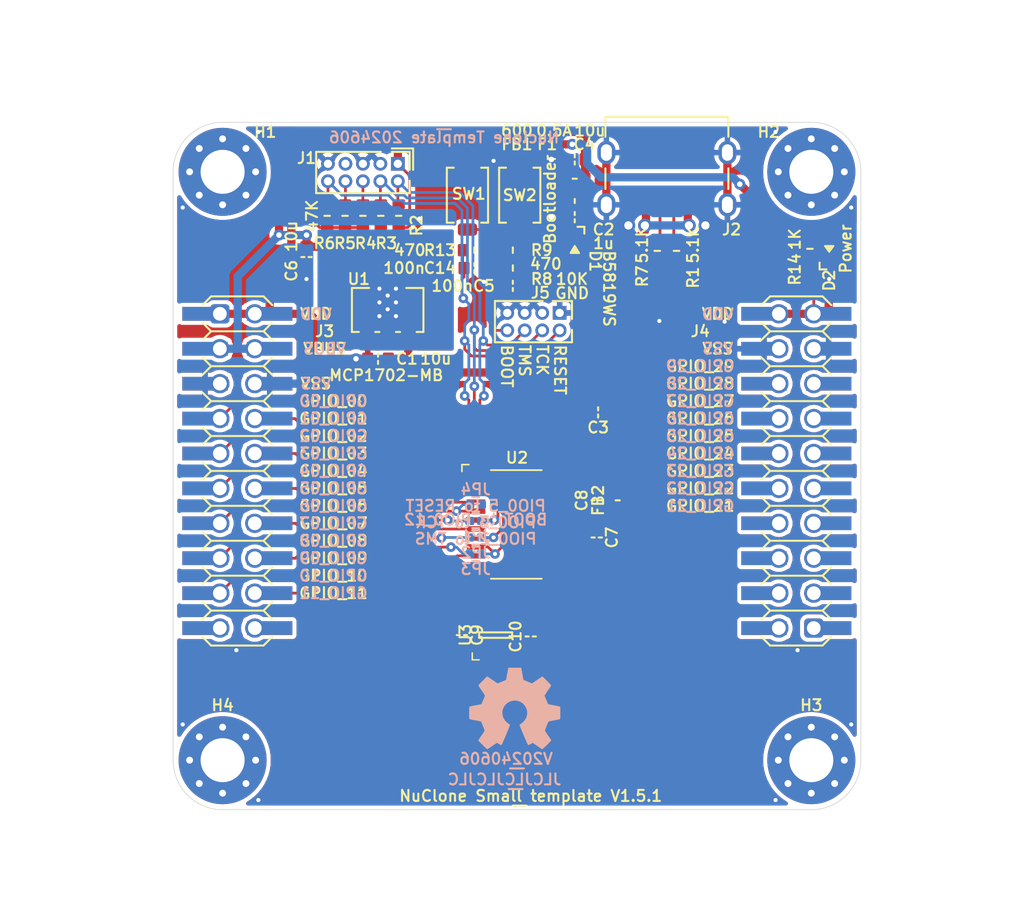
<source format=kicad_pcb>
(kicad_pcb (version 20221018) (generator pcbnew)
  (layers (0 "F.Cu" mixed) (31 "B.Cu" mixed) (34 "B.Paste" user) (35 "F.Paste" user) (36 "B.SilkS" user "B.Silkscreen") (37 "F.SilkS" user "F.Silkscreen") (38 "B.Mask" user) (39 "F.Mask" user) (44 "Edge.Cuts" user))
  (net 0 "")
  (net 1 "/VBUS")
  (net 2 "Net-(F1-Pad2)")
  (net 3 "/VDD")
  (net 4 "/VSS")
  (net 5 "Net-(D2-A)")
  (net 6 "/GPIO_28")
  (net 7 "/GPIO_29")
  (net 8 "/TMS")
  (net 9 "/TCK")
  (net 10 "/TDO")
  (net 11 "/TDI")
  (net 12 "/RESET")
  (net 13 "Net-(R13-Pad2)")
  (net 15 "Net-(J2-CC1)")
  (net 16 "/VUSB")
  (net 17 "Net-(J2-CC2)")
  (net 18 "/BOOT")
  (net 19 "/GPIO_20")
  (net 20 "/GPIO_23")
  (net 21 "/GPIO_27")
  (net 22 "/GPIO_16")
  (net 23 "/GPIO_21")
  (net 24 "/GPIO_19")
  (net 25 "/GPIO_17")
  (net 26 "/GPIO_18")
  (net 27 "/GPIO_15")
  (net 28 "/GPIO_14")
  (net 29 "/GPIO_22")
  (net 30 "/GPIO_24")
  (net 31 "/GPIO_25")
  (net 32 "/GPIO_26")
  (net 33 "/GPIO_13")
  (net 34 "/GPIO_12")
  (net 35 "/GPIO_11")
  (net 36 "/GPIO_10")
  (net 37 "/GPIO_09")
  (net 38 "/GPIO_08")
  (net 39 "/GPIO_07")
  (net 40 "/GPIO_06")
  (net 41 "/GPIO_05")
  (net 42 "/GPIO_04")
  (net 43 "/GPIO_03")
  (net 44 "/GPIO_02")
  (net 45 "/GPIO_01")
  (net 46 "/GPIO_00")
  (net 47 "Net-(D1-K)")
  (net 48 "Net-(R9-Pad2)")
  (net 49 "/microcontroller/VREFP")
  (footprint "SquantorPcbOutline:MountingHole_3.2mm_M3_Pad_Via" (layer "F.Cu") (at 33.6 33.6)
    (fp_text reference "H1")
    (fp_text value "MountingHole")
  )
  (footprint "SquantorPcbOutline:MountingHole_3.2mm_M3_Pad_Via" (layer "F.Cu") (at 76.4 33.6)
    (fp_text reference "H2")
    (fp_text value "MountingHole")
  )
  (footprint "SquantorPcbOutline:MountingHole_3.2mm_M3_Pad_Via" (layer "F.Cu") (at 33.6 76.4)
    (fp_text reference "H4")
    (fp_text value "MountingHole")
  )
  (footprint "SquantorLabels:Label_Generic" (layer "F.Cu") (at 55.2 79.1)
    (fp_text reference "N4" hide)
    (fp_text value "NuClone Small template V1.5.1")
  )
  (footprint "SquantorPcbOutline:MountingHole_3.2mm_M3_Pad_Via" (layer "F.Cu") (at 76.4 76.4)
    (fp_text reference "H3")
    (fp_text value "MountingHole")
  )
  (footprint "SquantorConnectorsNamed:nuclone_small_right_stacked" (layer "F.Cu") (at 75.31 55.36 90)
    (fp_text reference "J4")
    (fp_text value "nuclone_small_right")
  )
  (footprint "SquantorConnectorsNamed:nuclone_small_left_stacked" (layer "F.Cu") (at 34.67 55.36 -90)
    (fp_text reference "J3")
    (fp_text value "nuclone_small_left")
  )
  (footprint "SquantorResistor:R_0603_hand" (layer "F.Cu") (at 76.3 39.2 -90)
    (fp_text reference "R14")
    (fp_text value "1K")
  )
  (footprint "SquantorResistor:R_0603_hand" (layer "F.Cu") (at 45.1 36.8 -90)
    (fp_text reference "R3")
    (fp_text value "47K")
  )
  (footprint "SquantorCapacitor:C_0603" (layer "F.Cu") (at 60.9 51.1 180)
    (fp_text reference "C3")
    (fp_text value "10u")
  )
  (footprint "SquantorResistor:R_0603_hand" (layer "F.Cu") (at 51.9 39.3)
    (fp_text reference "R13")
    (fp_text value "470")
  )
  (footprint "SquantorResistor:R_0603_hand" (layer "F.Cu") (at 46.4 36.8 -90)
    (fp_text reference "R2")
    (fp_text value "47K")
  )
  (footprint "SquantorResistor:R_0603_hand" (layer "F.Cu") (at 43.8 36.8 -90)
    (fp_text reference "R4")
    (fp_text value "47K")
  )
  (footprint "SquantorResistor:R_0603_hand" (layer "F.Cu") (at 42.5 36.8 -90)
    (fp_text reference "R5")
    (fp_text value "47K")
  )
  (footprint "SquantorConnectors:Header-0127-2X05-H006" (layer "F.Cu") (at 43.8 33.65 180)
    (fp_text reference "J1")
    (fp_text value "JTAG_2X05")
  )
  (footprint "SquantorIC:SOT89-NXP" (layer "F.Cu") (at 45.6 44)
    (fp_text reference "U1")
    (fp_text value "MCP1702-MB")
  )
  (footprint "SquantorSwitches:TD-85XU" (layer "F.Cu") (at 51.4 35.3 -90)
    (fp_text reference "SW1")
    (fp_text value "RESET")
  )
  (footprint "SquantorDiodes:LED_0603_hand" (layer "F.Cu") (at 77.7 39.2 90)
    (fp_text reference "D2")
    (fp_text value "GREEN")
  )
  (footprint "SquantorCapacitor:C_0603" (layer "F.Cu") (at 44.9 47.2 180)
    (fp_text reference "C1")
    (fp_text value "10u")
  )
  (footprint "SquantorResistor:R_0603_hand" (layer "F.Cu") (at 41.2 36.8 -90)
    (fp_text reference "R6")
    (fp_text value "47K")
  )
  (footprint "SquantorCapacitor:C_0603" (layer "F.Cu") (at 51.9 40.6 180)
    (fp_text reference "C14")
    (fp_text value "100n")
  )
  (footprint "SquantorIC:SOT23-3" (layer "F.Cu") (at 53.45 67.3 90)
    (fp_text reference "U3")
    (fp_text value "reference_sot23-3")
  )
  (footprint "SquantorCapacitor:C_0603" (layer "F.Cu") (at 39.7 39.8 -90)
    (fp_text reference "C6")
    (fp_text value "10u")
  )
  (footprint "SquantorCapacitor:C_0603" (layer "F.Cu") (at 60.8 57.5 90)
    (fp_text reference "C8")
    (fp_text value "1u")
  )
  (footprint "SquantorIC:SOT355-1-NXP" (layer "F.Cu") (at 55 59.3)
    (fp_text reference "U2")
    (fp_text value "LPC804M101JHI33")
  )
  (footprint "SquantorCapacitor:C_0603" (layer "F.Cu") (at 59.2 32.7)
    (fp_text reference "C4")
    (fp_text value "10u")
  )
  (footprint "SquantorUsb:USB-C-HRO-31-M-17_aisler" (layer "F.Cu") (at 65.9 36.15 180)
    (fp_text reference "J2")
    (fp_text value "TYPE-C-31-M-12")
  )
  (footprint "SquantorResistor:R_0603_hand" (layer "F.Cu") (at 65.2 39.35 90)
    (fp_text reference "R7")
    (fp_text value "5.1K")
  )
  (footprint "SquantorResistor:R_0603_hand" (layer "F.Cu") (at 54.7 39.3)
    (fp_text reference "R9")
    (fp_text value "470")
  )
  (footprint "SquantorFuse:F_0603_hand" (layer "F.Cu") (at 59.2 34.1 180)
    (fp_text reference "F1")
    (fp_text value "0.5A")
  )
  (footprint "SquantorCapacitor:C_0603" (layer "F.Cu") (at 56 67.4 90)
    (fp_text reference "C10")
    (fp_text value "1u")
  )
  (footprint "SquantorResistor:R_0603_hand" (layer "F.Cu") (at 54.7 40.6)
    (fp_text reference "R8")
    (fp_text value "10K")
  )
  (footprint "SquantorInductor:L_0603" (layer "F.Cu") (at 59.2 35.5)
    (fp_text reference "FB1")
    (fp_text value "600")
  )
  (footprint "SquantorInductor:L_0603" (layer "F.Cu") (at 62.1 57.5 90)
    (fp_text reference "FB2")
    (fp_text value "600@100MHz")
  )
  (footprint "SquantorCapacitor:C_0603" (layer "F.Cu") (at 54.7 41.9)
    (fp_text reference "C5")
    (fp_text value "100n")
  )
  (footprint "SquantorCapacitor:C_0603" (layer "F.Cu") (at 60.8 60.2 -90)
    (fp_text reference "C7")
    (fp_text value "1u")
  )
  (footprint "SquantorCapacitor:C_0603" (layer "F.Cu") (at 51 67.3 -90)
    (fp_text reference "C9")
    (fp_text value "1u")
  )
  (footprint "SquantorSwitches:TD-85XU" (layer "F.Cu") (at 55.2 35.3 -90)
    (fp_text reference "SW2")
    (fp_text value "Bootloader")
  )
  (footprint "SquantorDiodes:SOD-323-nexperia-hand" (layer "F.Cu") (at 59.2 39.3 -90)
    (fp_text reference "D1")
    (fp_text value "B5819WS")
  )
  (footprint "SquantorConnectors:Header-0127-2X04-H006" (layer "F.Cu") (at 56.2 44.5 180)
    (fp_text reference "J5")
    (fp_text value "Conn_02x06_Odd_Even")
  )
  (footprint "SquantorCapacitor:C_0603" (layer "F.Cu") (at 59.2 36.9)
    (fp_text reference "C2")
    (fp_text value "1u")
  )
  (footprint "SquantorResistor:R_0603_hand" (layer "F.Cu") (at 66.6 39.35 90)
    (fp_text reference "R1")
    (fp_text value "5.1K")
  )
  (footprint "Symbol:OSHW-Symbol_6.7x6mm_SilkScreen" (layer "B.Cu") (at 54.85 72.65 180)
    (fp_text reference "N1" hide)
    (fp_text value "OHWLOGO" hide)
  )
  (footprint "SquantorLabels:Label_Generic" (layer "B.Cu") (at 54.9 77.9 180)
    (fp_text reference "N3" hide)
    (fp_text value "JLCJLCJLCJLC")
  )
  (footprint "SquantorLabels:Label_Generic" (layer "B.Cu") (at 55 76.4 180)
    (fp_text reference "N2" hide)
    (fp_text value "V20240606")
  )
  (footprint "SquantorLabels:Label_Generic" (layer "B.Cu") (at 49.7 31.1)
    (fp_text reference "N5" hide)
    (fp_text value "Nuclone Template 2024606")
  )
  (footprint "SquantorSpecial:solder_jumper_0402_2way_noconn" (layer "B.Cu") (at 52 59)
    (fp_text reference "JP1")
    (fp_text value "PIO0_5 to RESET")
  )
  (footprint "SquantorSpecial:solder_jumper_0402_2way_noconn" (layer "B.Cu") (at 52 60.2)
    (fp_text reference "JP2")
    (fp_text value "PIO0_3 to TCK")
  )
  (footprint "SquantorSpecial:solder_jumper_0402_2way_noconn" (layer "B.Cu") (at 52 57.8 180)
    (fp_text reference "JP4")
    (fp_text value "BOOT to PIO0_12")
  )
  (footprint "SquantorSpecial:solder_jumper_0402_2way_noconn" (layer "B.Cu") (at 52 61.4)
    (fp_text reference "JP3")
    (fp_text value "PIO0_2 to TMS")
  )
  (gr_line (start 47.45 31.9) (end 45.9 31.9) (stroke (width 0.15)) (layer "F.SilkS"))
  (gr_line (start 47.45 31.9) (end 47.45 33.45) (stroke (width 0.15)) (layer "F.SilkS"))
  (gr_line (start 76.4 80) (end 33.6 80) (stroke (width 0.05)) (layer "Edge.Cuts"))
  (gr_arc (start 30 33.6) (mid 31.054416 31.054416) (end 33.6 30) (stroke (width 0.05)) (layer "Edge.Cuts"))
  (gr_arc (start 76.4 30) (mid 78.945584 31.054416) (end 80 33.6) (stroke (width 0.05)) (layer "Edge.Cuts"))
  (gr_line (start 33.6 30) (end 76.4 30) (stroke (width 0.05)) (layer "Edge.Cuts"))
  (gr_line (start 80 33.6) (end 80 76.4) (stroke (width 0.05)) (layer "Edge.Cuts"))
  (gr_arc (start 33.6 80) (mid 31.054416 78.945584) (end 30 76.4) (stroke (width 0.05)) (layer "Edge.Cuts"))
  (gr_line (start 30 76.4) (end 30 33.6) (stroke (width 0.05)) (layer "Edge.Cuts"))
  (gr_arc (start 80 76.4) (mid 78.945584 78.945584) (end 76.4 80) (stroke (width 0.05)) (layer "Edge.Cuts"))
  (gr_text "Power" (at 78.9 39.2 90) (layer "F.SilkS") (effects (font (size 0.8 0.8) (thickness 0.15) bold)))
  (gr_text "RESET\nTCK\nTMS\nBOOT" (at 53.8 46.1 270) (layer "F.SilkS") (effects (font (size 0.8 0.8) (thickness 0.15) bold) (justify left bottom)))
  (gr_text "GND" (at 57.7 42.9) (layer "F.SilkS") (effects (font (size 0.8 0.8) (thickness 0.15) bold) (justify left bottom)))
  (segment (start 59.95 32.7) (end 59.95 34.1) (width 0.6) (layer "F.Cu") (net 1))
  (segment (start 59.95 31.264782) (end 59.95 32.7) (width 0.6) (layer "F.Cu") (net 1))
  (segment (start 37.7 38.2) (end 37.7 32.6) (width 0.6) (layer "F.Cu") (net 1))
  (segment (start 39.7 38.2) (end 39.7 39.05) (width 0.6) (layer "F.Cu") (net 1))
  (segment (start 39.6 30.7) (end 59.385218 30.7) (width 0.6) (layer "F.Cu") (net 1))
  (segment (start 44.55 39.05) (end 45.6 40.1) (width 0.6) (layer "F.Cu") (net 1))
  (segment (start 45.6 40.1) (end 45.6 42.6) (width 0.6) (layer "F.Cu") (net 1))
  (segment (start 59.385218 30.7) (end 59.95 31.264782) (width 0.6) (layer "F.Cu") (net 1))
  (segment (start 39.7 39.05) (end 44.55 39.05) (width 0.6) (layer "F.Cu") (net 1))
  (segment (start 37.7 32.6) (end 39.6 30.7) (width 0.6) (layer "F.Cu") (net 1))
  (via (at 46.2 42.1) (size 0.7) (drill 0.3) (layers "F.Cu" "B.Cu") (net 1))
  (via (at 45 44.1) (size 0.7) (drill 0.3) (layers "F.Cu" "B.Cu") (net 1))
  (via (at 45 43.1) (size 0.7) (drill 0.3) (layers "F.Cu" "B.Cu") (net 1))
  (via (at 45 42.1) (size 0.7) (drill 0.3) (layers "F.Cu" "B.Cu") (net 1))
  (via (at 37.7 38.2) (size 0.8) (drill 0.4) (layers "F.Cu" "B.Cu") (net 1))
  (via (at 39.7 38.2) (size 0.8) (drill 0.4) (layers "F.Cu" "B.Cu") (net 1))
  (via (at 45.6 42.6) (size 0.7) (drill 0.3) (layers "F.Cu" "B.Cu") (net 1))
  (via (at 46.2 44.1) (size 0.7) (drill 0.3) (layers "F.Cu" "B.Cu") (net 1))
  (via (at 45.6 43.6) (size 0.7) (drill 0.3) (layers "F.Cu" "B.Cu") (net 1))
  (via (at 46.2 43.1) (size 0.7) (drill 0.3) (layers "F.Cu" "B.Cu") (net 1))
  (segment (start 34.7 41.2) (end 34.7 46.47) (width 0.6) (layer "B.Cu") (net 1))
  (segment (start 37.7 38.2) (end 34.7 41.2) (width 0.6) (layer "B.Cu") (net 1))
  (segment (start 37.7 38.2) (end 39.7 38.2) (width 0.6) (layer "B.Cu") (net 1))
  (segment (start 33.4 46.47) (end 34.7 46.47) (width 0.6) (layer "B.Cu") (net 1))
  (segment (start 34.7 46.47) (end 35.94 46.47) (width 0.6) (layer "B.Cu") (net 1))
  (segment (start 58.45 34.1) (end 58.45 35.5) (width 0.6) (layer "F.Cu") (net 2))
  (segment (start 76.58 41.78) (end 76.3 41.5) (width 0.2) (layer "F.Cu") (net 3))
  (segment (start 38.6 40.5) (end 37.02 42.08) (width 0.6) (layer "F.Cu") (net 3))
  (segment (start 43.8 37.65) (end 42.5 37.65) (width 0.2) (layer "F.Cu") (net 3))
  (segment (start 46.45 31.6) (end 46.4 31.55) (width 0.6) (layer "F.Cu") (net 3))
  (segment (start 45.65 47.2) (end 45.65 48.15) (width 0.6) (layer "F.Cu") (net 3))
  (segment (start 45.65 48.15) (end 45.6 48.2) (width 0.6) (layer "F.Cu") (net 3))
  (segment (start 45.6 48.2) (end 60.8 48.2) (width 0.6) (layer "F.Cu") (net 3))
  (segment (start 40.65 37.65) (end 40.2 37.2) (width 0.2) (layer "F.Cu") (net 3))
  (segment (start 61.65 49.05) (end 61.65 51.1) (width 0.6) (layer "F.Cu") (net 3))
  (segment (start 38.6 37.2) (end 38.6 40.5) (width 0.6) (layer "F.Cu") (net 3))
  (segment (start 47.2 37.5) (end 47.2 33.875) (width 0.2) (layer "F.Cu") (net 3))
  (segment (start 47.1 46.8) (end 47.1 45.75) (width 0.6) (layer "F.Cu") (net 3))
  (segment (start 45.65 47.2) (end 46.7 47.2) (width 0.6) (layer "F.Cu") (net 3))
  (segment (start 39.95 31.55) (end 38.6 32.9) (width 0.6) (layer "F.Cu") (net 3))
  (segment (start 41.2 37.65) (end 42.5 37.65) (width 0.2) (layer "F.Cu") (net 3))
  (segment (start 39.93 43.93) (end 40.2 44.2) (width 0.6) (layer "F.Cu") (net 3))
  (segment (start 37.02 42.08) (end 37.02 43.93) (width 0.6) (layer "F.Cu") (net 3))
  (segment (start 60.8 48.2) (end 61.65 49.05) (width 0.6) (layer "F.Cu") (net 3))
  (segment (start 74.04 43.93) (end 76.58 43.93) (width 0.6) (layer "F.Cu") (net 3))
  (segment (start 79 37.8) (end 79 41.7) (width 0.6) (layer "F.Cu") (net 3))
  (segment (start 76.58 43.93) (end 76.58 41.78) (width 0.2) (layer "F.Cu") (net 3))
  (segment (start 37.02 43.93) (end 39.93 43.93) (width 0.6) (layer "F.Cu") (net 3))
  (segment (start 46.7 47.2) (end 47.1 46.8) (width 0.6) (layer "F.Cu") (net 3))
  (segment (start 40.2 47.4) (end 41 48.2) (width 0.6) (layer "F.Cu") (net 3))
  (segment (start 47.05 37.65) (end 47.2 37.5) (width 0.2) (layer "F.Cu") (net 3))
  (segment (start 56.2 40.6) (end 55.55 40.6) (width 0.6) (layer "F.Cu") (net 3))
  (segment (start 79 41.7) (end 77.66 43.04) (width 0.6) (layer "F.Cu") (net 3))
  (segment (start 74.2 37.5) (end 78.7 37.5) (width 0.6) (layer "F.Cu") (net 3))
  (segment (start 35.94 43.93) (end 33.4 43.93) (width 0.6) (layer "F.Cu") (net 3))
  (segment (start 77.66 43.04) (end 77.66 43.93) (width 0.6) (layer "F.Cu") (net 3))
  (segment (start 47.2 33.875) (end 46.34 33.015) (width 0.2) (layer "F.Cu") (net 3))
  (segment (start 78.7 37.5) (end 79 37.8) (width 0.6) (layer "F.Cu") (net 3))
  (segment (start 46.4 31.55) (end 39.95 31.55) (width 0.6) (layer "F.Cu") (net 3))
  (segment (start 56.5 31.6) (end 56.5 40.3) (width 0.6) (layer "F.Cu") (net 3))
  (segment (start 76.3 41.5) (end 76.3 40.05) (width 0.2) (layer "F.Cu") (net 3))
  (segment (start 59.012425 31.6) (end 46.45 31.6) (width 0.6) (layer "F.Cu") (net 3))
  (segment (start 41.2 37.65) (end 40.65 37.65) (width 0.2) (layer "F.Cu") (net 3))
  (segment (start 40.2 37.2) (end 38.6 37.2) (width 0.2) (layer "F.Cu") (net 3))
  (segment (start 56.5 40.3) (end 56.2 40.6) (width 0.6) (layer "F.Cu") (net 3))
  (segment (start 40.2 44.2) (end 40.2 47.4) (width 0.6) (layer "F.Cu") (net 3))
  (segment (start 38.6 32.9) (end 38.6 37.2) (width 0.6) (layer "F.Cu") (net 3))
  (segment (start 46.34 33.015) (end 46.34 31.61) (width 0.6) (layer "F.Cu") (net 3))
  (segment (start 46.4 37.65) (end 47.05 37.65) (width 0.2) (layer "F.Cu") (net 3))
  (segment (start 41 48.2) (end 45.6 48.2) (width 0.6) (layer "F.Cu") (net 3))
  (segment (start 46.34 31.61) (end 46.4 31.55) (width 0.6) (layer "F.Cu") (net 3))
  (segment (start 71.2 34.5) (end 74.2 37.5) (width 0.6) (layer "F.Cu") (net 3))
  (via (at 71.2 34.5) (size 0.8) (drill 0.4) (layers "F.Cu" "B.Cu") (net 3))
  (via (at 59.012425 31.6) (size 0.8) (drill 0.4) (layers "F.Cu" "B.Cu") (net 3))
  (segment (start 70.7 34) (end 61.1 34) (width 0.6) (layer "B.Cu") (net 3))
  (segment (start 71.2 34.5) (end 70.7 34) (width 0.6) (layer "B.Cu") (net 3))
  (segment (start 60.1 33) (end 60.1 31.9) (width 0.6) (layer "B.Cu") (net 3))
  (segment (start 59.8 31.6) (end 59.012425 31.6) (width 0.6) (layer "B.Cu") (net 3))
  (segment (start 60.1 31.9) (end 59.8 31.6) (width 0.6) (layer "B.Cu") (net 3))
  (segment (start 61.1 34) (end 60.1 33) (width 0.6) (layer "B.Cu") (net 3))
  (segment (start 68.65 37.45) (end 68.7 37.5) (width 0.6) (layer "F.Cu") (net 4))
  (segment (start 47 38.4) (end 47.5 37.9) (width 0.2) (layer "F.Cu") (net 4))
  (segment (start 63.15 37.45) (end 63.15 36.15) (width 0.6) (layer "F.Cu") (net 4))
  (segment (start 61.5 32.2) (end 61.5 36) (width 0.6) (layer "F.Cu") (net 4))
  (segment (start 47.5 37.9) (end 47.9 37.5) (width 0.2) (layer "F.Cu") (net 4))
  (segment (start 70.3 32.2) (end 70.3 36) (width 0.6) (layer "F.Cu") (net 4))
  (segment (start 46.2 38.4) (end 47 38.4) (width 0.2) (layer "F.Cu") (net 4))
  (segment (start 45.1 37.65) (end 45.1 38.2) (width 0.2) (layer "F.Cu") (net 4))
  (segment (start 44.15 47.2) (end 43.3 47.2) (width 0.6) (layer "F.Cu") (net 4))
  (segment (start 47.9 37.5) (end 47.9 37) (width 0.2) (layer "F.Cu") (net 4))
  (segment (start 68.65 36.15) (end 68.65 37.45) (width 0.6) (layer "F.Cu") (net 4))
  (segment (start 63.1 37.5) (end 63.15 37.45) (width 0.6) (layer "F.Cu") (net 4))
  (segment (start 45.3 38.4) (end 46.2 38.4) (width 0.2) (layer "F.Cu") (net 4))
  (segment (start 45.1 38.2) (end 45.3 38.4) (width 0.2) (layer "F.Cu") (net 4))
  (via (at 53.3 32.8) (size 0.7) (drill 0.3) (layers "F.Cu" "B.Cu") (net 4))
  (via (at 65.35 44.45) (size 0.7) (drill 0.3) (layers "F.Cu" "B.Cu") (net 4))
  (via (at 70.1 44.5) (size 0.7) (drill 0.3) (layers "F.Cu" "B.Cu") (net 4))
  (via (at 36.2 30.7) (size 0.7) (drill 0.3) (layers "F.Cu" "B.Cu") (net 4))
  (via (at 34.6 68.4) (size 0.7) (drill 0.3) (layers "F.Cu" "B.Cu") (net 4))
  (via (at 75.4 68.4) (size 0.7) (drill 0.3) (layers "F.Cu" "B.Cu") (net 4))
  (via (at 73.8 79.3) (size 0.7) (drill 0.3) (layers "F.Cu" "B.Cu") (net 4))
  (via (at 77.7 41.4) (size 0.7) (drill 0.3) (layers "F.Cu" "B.Cu") (net 4))
  (via (at 79.3 73.8) (size 0.7) (drill 0.3) (layers "F.Cu" "B.Cu") (net 4))
  (via (at 36.2 79.3) (size 0.7) (drill 0.3) (layers "F.Cu" "B.Cu") (net 4))
  (via (at 52.6 41.6) (size 0.7) (drill 0.3) (layers "F.Cu" "B.Cu") (net 4))
  (via (at 57.5 36.9) (size 0.8) (drill 0.4) (layers "F.Cu" "B.Cu") (net 4))
  (via (at 63.1 37.5) (size 1) (drill 0.6) (layers "F.Cu" "B.Cu") (net 4))
  (via (at 30.7 73.8) (size 0.7) (drill 0.3) (layers "F.Cu" "B.Cu") (net 4))
  (via (at 30.7 36.2) (size 0.7) (drill 0.3) (layers "F.Cu" "B.Cu") (net 4))
  (via (at 68.7 37.5) (size 1) (drill 0.6) (layers "F.Cu" "B.Cu") (net 4))
  (via (at 57.5 32.7) (size 0.8) (drill 0.4) (layers "F.Cu" "B.Cu") (net 4))
  (via (at 79.3 36.2) (size 0.7) (drill 0.3) (layers "F.Cu" "B.Cu") (net 4))
  (via (at 39.7 41.4) (size 0.7) (drill 0.3) (layers "F.Cu" "B.Cu") (net 4))
  (via (at 47.9 37) (size 0.7) (drill 0.3) (layers "F.Cu" "B.Cu") (net 4))
  (via (at 43.3 47.2) (size 0.8) (drill 0.4) (layers "F.Cu" "B.Cu") (net 4))
  (via (at 73.8 30.7) (size 0.7) (drill 0.3) (layers "F.Cu" "B.Cu") (net 4))
  (segment (start 37.02 49.01) (end 35.94 49.01) (width 0.6) (layer "B.Cu") (net 4))
  (segment (start 43.3 47.2) (end 41.49 49.01) (width 0.6) (layer "B.Cu") (net 4))
  (segment (start 41.49 49.01) (end 37.02 49.01) (width 0.6) (layer "B.Cu") (net 4))
  (segment (start 76.3 38.35) (end 76.95 38.35) (width 0.2) (layer "F.Cu") (net 5))
  (segment (start 77.1 38.5) (end 77.55 38.5) (width 0.2) (layer "F.Cu") (net 5))
  (segment (start 77.55 38.5) (end 77.7 38.35) (width 0.2) (layer "F.Cu") (net 5))
  (segment (start 76.95 38.35) (end 77.1 38.5) (width 0.2) (layer "F.Cu") (net 5))
  (segment (start 52.3 52.868628) (end 54.417172 54.9858) (width 0.2) (layer "F.Cu") (net 8))
  (segment (start 52.55 45.9) (end 52.85 46.2) (width 0.2) (layer "F.Cu") (net 8))
  (segment (start 53.95 60.85) (end 53.4 61.4) (width 0.2) (layer "F.Cu") (net 8))
  (segment (start 54.417172 59.648514) (end 53.95 60.115686) (width 0.2) (layer "F.Cu") (net 8))
  (segment (start 54.417172 54.9858) (end 54.417172 59.648514) (width 0.2) (layer "F.Cu") (net 8))
  (segment (start 52.3 50.2) (end 52.3 52.868628) (width 0.2) (layer "F.Cu") (net 8))
  (segment (start 46.34 35.89) (end 46.4 35.95) (width 0.2) (layer "F.Cu") (net 8))
  (segment (start 52.85 46.2) (end 54.5 46.2) (width 0.2) (layer "F.Cu") (net 8))
  (segment (start 54.5 46.2) (end 55.565 45.135) (width 0.2) (layer "F.Cu") (net 8))
  (segment (start 52.6 49.9) (end 52.3 50.2) (width 0.2) (layer "F.Cu") (net 8))
  (segment (start 52.882828 60.882828) (end 53.4 61.4) (width 0.2) (layer "F.Cu") (net 8))
  (segment (start 52.026025 60.882828) (end 52.882828 60.882828) (width 0.2) (layer "F.Cu") (net 8))
  (segment (start 46.34 34.285) (end 46.34 35.89) (width 0.2) (layer "F.Cu") (net 8))
  (segment (start 53.95 60.115686) (end 53.95 60.85) (width 0.2) (layer "F.Cu") (net 8))
  (via (at 52.6 49.9) (size 0.7) (drill 0.3) (layers "F.Cu" "B.Cu") (net 8))
  (via (at 53.4 61.4) (size 0.7) (drill 0.3) (layers "F.Cu" "B.Cu") (net 8))
  (via (at 52.55 45.9) (size 0.7) (drill 0.3) (layers "F.Cu" "B.Cu") (net 8))
  (segment (start 52.55 44.75) (end 52.3 44.5) (width 0.2) (layer "B.Cu") (net 8))
  (segment (start 47.155 35.1) (end 46.34 34.285) (width 0.2) (layer "B.Cu") (net 8))
  (segment (start 53.4 61.4) (end 52.425 61.4) (width 0.2) (layer "B.Cu") (net 8))
  (segment (start 51.8 41.924694) (end 51.8 36.068628) (width 0.2) (layer "B.Cu") (net 8))
  (segment (start 52.3 44.5) (end 52.3 42.424694) (width 0.2) (layer "B.Cu") (net 8))
  (segment (start 52.6 49.9) (end 52.6 48.980761) (width 0.2) (layer "B.Cu") (net 8))
  (segment (start 52.6 48.980761) (end 52.3 48.680761) (width 0.2) (layer "B.Cu") (net 8))
  (segment (start 52.3 48.680761) (end 52.3 46.15) (width 0.2) (layer "B.Cu") (net 8))
  (segment (start 51.8 36.068628) (end 50.831372 35.1) (width 0.2) (layer "B.Cu") (net 8))
  (segment (start 52.55 45.9) (end 52.55 44.75) (width 0.2) (layer "B.Cu") (net 8))
  (segment (start 52.3 46.15) (end 52.55 45.9) (width 0.2) (layer "B.Cu") (net 8))
  (segment (start 52.3 42.424694) (end 51.8 41.924694) (width 0.2) (layer "B.Cu") (net 8))
  (segment (start 50.831372 35.1) (end 47.155 35.1) (width 0.2) (layer "B.Cu") (net 8))
  (segment (start 52.1 46.6) (end 55.37 46.6) (width 0.2) (layer "F.Cu") (net 9))
  (segment (start 54.017172 59.482828) (end 53.3 60.2) (width 0.2) (layer "F.Cu") (net 9))
  (segment (start 51.9 45.1) (end 51.9 46.4) (width 0.2) (layer "F.Cu") (net 9))
  (segment (start 45.07 35.92) (end 45.1 35.95) (width 0.2) (layer "F.Cu") (net 9))
  (segment (start 45.07 34.285) (end 45.07 35.92) (width 0.2) (layer "F.Cu") (net 9))
  (segment (start 52.026025 60.232828) (end 53.267172 60.232828) (width 0.2) (layer "F.Cu") (net 9))
  (segment (start 55.37 46.6) (end 56.835 45.135) (width 0.2) (layer "F.Cu") (net 9))
  (segment (start 51.9 49.2) (end 51.9 53.034314) (width 0.2) (layer "F.Cu") (net 9))
  (segment (start 51.9 53.034314) (end 54.017172 55.151486) (width 0.2) (layer "F.Cu") (net 9))
  (segment (start 54.017172 55.151486) (end 54.017172 59.482828) (width 0.2) (layer "F.Cu") (net 9))
  (segment (start 51.9 46.4) (end 52.1 46.6) (width 0.2) (layer "F.Cu") (net 9))
  (segment (start 53.267172 60.232828) (end 53.3 60.2) (width 0.2) (layer "F.Cu") (net 9))
  (via (at 51.9 45.1) (size 0.7) (drill 0.3) (layers "F.Cu" "B.Cu") (net 9))
  (via (at 51.9 49.2) (size 0.7) (drill 0.3) (layers "F.Cu" "B.Cu") (net 9))
  (via (at 53.3 60.2) (size 0.7) (drill 0.3) (layers "F.Cu" "B.Cu") (net 9))
  (segment (start 46.989314 35.5) (end 46.789313 35.3) (width 0.2) (layer "B.Cu") (net 9))
  (segment (start 51.4 36.234314) (end 50.665686 35.5) (width 0.2) (layer "B.Cu") (net 9))
  (segment (start 51.9 42.59038) (end 51.4 42.09038) (width 0.2) (layer "B.Cu") (net 9))
  (segment (start 50.665686 35.5) (end 46.989314 35.5) (width 0.2) (layer "B.Cu") (net 9))
  (segment (start 46.223629 35.3) (end 45.208629 34.285) (width 0.2) (layer "B.Cu") (net 9))
  (segment (start 53.3 60.2) (end 52.425 60.2) (width 0.2) (layer "B.Cu") (net 9))
  (segment (start 45.208629 34.285) (end 45.07 34.285) (width 0.2) (layer "B.Cu") (net 9))
  (segment (start 51.9 45.1) (end 51.9 42.59038) (width 0.2) (layer "B.Cu") (net 9))
  (segment (start 51.4 42.09038) (end 51.4 36.234314) (width 0.2) (layer "B.Cu") (net 9))
  (segment (start 46.789313 35.3) (end 46.223629 35.3) (width 0.2) (layer "B.Cu") (net 9))
  (segment (start 51.9 49.2) (end 51.9 45.1) (width 0.2) (layer "B.Cu") (net 9))
  (segment (start 43.8 34.285) (end 43.8 35.95) (width 0.2) (layer "F.Cu") (net 10))
  (segment (start 42.53 34.285) (end 42.53 35.92) (width 0.2) (layer "F.Cu") (net 11))
  (segment (start 42.53 35.92) (end 42.5 35.95) (width 0.2) (layer "F.Cu") (net 11))
  (segment (start 51.695315 47) (end 56.24 47) (width 0.2) (layer "F.Cu") (net 12))
  (segment (start 41.26 34.285) (end 41.26 35.89) (width 0.2) (layer "F.Cu") (net 12))
  (segment (start 51.05 40.5) (end 51.15 40.6) (width 0.2) (layer "F.Cu") (net 12))
  (segment (start 41.26 35.89) (end 41.2 35.95) (width 0.2) (layer "F.Cu") (net 12))
  (segment (start 51 41.4) (end 51 42.7) (width 0.2) (layer "F.Cu") (net 12))
  (segment (start 51.2 46.504685) (end 51.695315 47) (width 0.2) (layer "F.Cu") (net 12))
  (segment (start 56.24 47) (end 58.105 45.135) (width 0.2) (layer "F.Cu") (net 12))
  (segment (start 51.2 45.9) (end 51.2 46.504685) (width 0.2) (layer "F.Cu") (net 12))
  (segment (start 51.5 50.2) (end 51.5 53.199999) (width 0.2) (layer "F.Cu") (net 12))
  (segment (start 51.5 53.199999) (end 53.617172 55.317171) (width 0.2) (layer "F.Cu") (net 12))
  (segment (start 53.617172 58.682828) (end 53.367172 58.932828) (width 0.2) (layer "F.Cu") (net 12))
  (segment (start 51 42.7) (end 51.1 42.8) (width 0.2) (layer "F.Cu") (net 12))
  (segment (start 51.15 41.25) (end 51 41.4) (width 0.2) (layer "F.Cu") (net 12))
  (segment (start 51.05 39.3) (end 51.05 40.5) (width 0.2) (layer "F.Cu") (net 12))
  (segment (start 51.15 40.6) (end 51.15 41.25) (width 0.2) (layer "F.Cu") (net 12))
  (segment (start 51.2 49.9) (end 51.5 50.2) (width 0.2) (layer "F.Cu") (net 12))
  (segment (start 53.617172 55.317171) (end 53.617172 58.682828) (width 0.2) (layer "F.Cu") (net 12))
  (segment (start 53.367172 58.932828) (end 52.026025 58.932828) (width 0.2) (layer "F.Cu") (net 12))
  (via (at 51.2 45.9) (size 0.7) (drill 0.3) (layers "F.Cu" "B.Cu") (net 12))
  (via (at 51.1 42.8) (size 0.7) (drill 0.3) (layers "F.Cu" "B.Cu") (net 12))
  (via (at 51.2 49.9) (size 0.7) (drill 0.3) (layers "F.Cu" "B.Cu") (net 12))
  (via (at 53.367172 58.932828) (size 0.7) (drill 0.3) (layers "F.Cu" "B.Cu") (net 12))
  (segment (start 51.5 48.680761) (end 51.5 46.2) (width 0.2) (layer "B.Cu") (net 12))
  (segment (start 42.275 35.3) (end 41.26 34.285) (width 0.2) (layer "B.Cu") (net 12))
  (segment (start 45.657944 35.3) (end 42.275 35.3) (width 0.2) (layer "B.Cu") (net 12))
  (segment (start 46.057944 35.7) (end 45.657944 35.3) (width 0.2) (layer "B.Cu") (net 12))
  (segment (start 46.823628 35.9) (end 46.623628 35.7) (width 0.2) (layer "B.Cu") (net 12))
  (segment (start 51 42.7) (end 51 36.4) (width 0.2) (layer "B.Cu") (net 12))
  (segment (start 53.367172 58.932828) (end 53.3 59) (width 0.2) (layer "B.Cu") (net 12))
  (segment (start 51.5 44.4) (end 51.5 43.2) (width 0.2) (layer "B.Cu") (net 12))
  (segment (start 51.5 46.2) (end 51.2 45.9) (width 0.2) (layer "B.Cu") (net 12))
  (segment (start 51.2 49.9) (end 51.2 48.980761) (width 0.2) (layer "B.Cu") (net 12))
  (segment (start 51.2 48.980761) (end 51.5 48.680761) (width 0.2) (layer "B.Cu") (net 12))
  (segment (start 53.3 59) (end 52.425 59) (width 0.2) (layer "B.Cu") (net 12))
  (segment (start 51 36.4) (end 50.5 35.9) (width 0.2) (layer "B.Cu") (net 12))
  (segment (start 51.2 44.7) (end 51.5 44.4) (width 0.2) (layer "B.Cu") (net 12))
  (segment (start 50.5 35.9) (end 46.823628 35.9) (width 0.2) (layer "B.Cu") (net 12))
  (segment (start 51.5 43.2) (end 51.1 42.8) (width 0.2) (layer "B.Cu") (net 12))
  (segment (start 51.1 42.8) (end 51 42.7) (width 0.2) (layer "B.Cu") (net 12))
  (segment (start 46.623628 35.7) (end 46.057944 35.7) (width 0.2) (layer "B.Cu") (net 12))
  (segment (start 51.2 45.9) (end 51.2 44.7) (width 0.2) (layer "B.Cu") (net 12))
  (segment (start 51.4 37.8) (end 52.3 37.8) (width 0.2) (layer "F.Cu") (net 13))
  (segment (start 52.75 38.25) (end 52.75 39.3) (width 0.2) (layer "F.Cu") (net 13))
  (segment (start 52.3 37.8) (end 52.75 38.25) (width 0.2) (layer "F.Cu") (net 13))
  (segment (start 66.4 36.15) (end 66.4 38.3) (width 0.2) (layer "F.Cu") (net 15))
  (segment (start 66.4 38.3) (end 66.6 38.5) (width 0.2) (layer "F.Cu") (net 15))
  (segment (start 59.95 40.35) (end 59.2 40.35) (width 0.6) (layer "F.Cu") (net 16))
  (segment (start 64.38 37.42) (end 64.38 36.15) (width 0.6) (layer "F.Cu") (net 16))
  (segment (start 61.7 38.6) (end 59.95 40.35) (width 0.6) (layer "F.Cu") (net 16))
  (segment (start 64.3 37.9) (end 63.6 38.6) (width 0.6) (layer "F.Cu") (net 16))
  (segment (start 63.6 38.6) (end 61.7 38.6) (width 0.6) (layer "F.Cu") (net 16))
  (segment (start 67.42 36.15) (end 67.42 37.42) (width 0.6) (layer "F.Cu") (net 16))
  (segment (start 64.3 37.5) (end 64.3 37.9) (width 0.6) (layer "F.Cu") (net 16))
  (segment (start 64.3 37.5) (end 64.38 37.42) (width 0.6) (layer "F.Cu") (net 16))
  (segment (start 67.42 37.42) (end 67.5 37.5) (width 0.6) (layer "F.Cu") (net 16))
  (via (at 67.5 37.5) (size 1) (drill 0.6) (layers "F.Cu" "B.Cu") (net 16))
  (via (at 64.3 37.5) (size 1) (drill 0.6) (layers "F.Cu" "B.Cu") (net 16))
  (segment (start 64.3 37.5) (end 67.5 37.5) (width 0.6) (layer "B.Cu") (net 16))
  (segment (start 65.4 36.15) (end 65.4 38.3) (width 0.2) (layer "F.Cu") (net 17))
  (segment (start 65.4 38.3) (end 65.2 38.5) (width 0.2) (layer "F.Cu") (net 17))
  (segment (start 53.95 41.9) (end 53.4 41.9) (width 0.2) (layer "F.Cu") (net 18))
  (segment (start 53.85 40.6) (end 53.85 41.8) (width 0.2) (layer "F.Cu") (net 18))
  (segment (start 53.2 45) (end 53.335 45.135) (width 0.2) (layer "F.Cu") (net 18))
  (segment (start 53.335 45.135) (end 54.295 45.135) (width 0.2) (layer "F.Cu") (net 18))
  (segment (start 53.2 42.1) (end 53.2 45) (width 0.2) (layer "F.Cu") (net 18))
  (segment (start 53.85 39.3) (end 53.85 40.6) (width 0.2) (layer "F.Cu") (net 18))
  (segment (start 53.85 41.8) (end 53.95 41.9) (width 0.2) (layer "F.Cu") (net 18))
  (segment (start 53.4 41.9) (end 53.2 42.1) (width 0.2) (layer "F.Cu") (net 18))
  (segment (start 40.367172 62.932828) (end 39.05 64.25) (width 0.2) (layer "F.Cu") (net 35))
  (segment (start 39.05 64.25) (end 37.02 64.25) (width 0.2) (layer "F.Cu") (net 35))
  (segment (start 52.026025 62.932828) (end 40.367172 62.932828) (width 0.2) (layer "F.Cu") (net 35))
  (segment (start 39.717172 62.182828) (end 38.9 63) (width 0.2) (layer "F.Cu") (net 36))
  (segment (start 34.65 63) (end 33.4 64.25) (width 0.2) (layer "F.Cu") (net 36))
  (segment (start 38.9 63) (end 34.65 63) (width 0.2) (layer "F.Cu") (net 36))
  (segment (start 52.026025 62.182828) (end 39.717172 62.182828) (width 0.2) (layer "F.Cu") (net 36))
  (segment (start 52.026025 61.532828) (end 50.667172 61.532828) (width 0.2) (layer "F.Cu") (net 37))
  (segment (start 49.7 61.5) (end 39.1 61.5) (width 0.2) (layer "F.Cu") (net 37))
  (segment (start 38.89 61.71) (end 37.02 61.71) (width 0.2) (layer "F.Cu") (net 37))
  (segment (start 50.667172 61.532828) (end 50.6 61.6) (width 0.2) (layer "F.Cu") (net 37))
  (segment (start 50.6 61.6) (end 49.8 61.6) (width 0.2) (layer "F.Cu") (net 37))
  (segment (start 39.1 61.5) (end 38.89 61.71) (width 0.2) (layer "F.Cu") (net 37))
  (segment (start 49.8 61.6) (end 49.7 61.5) (width 0.2) (layer "F.Cu") (net 37))
  (segment (start 39.4 60.9) (end 38.9 60.4) (width 0.2) (layer "F.Cu") (net 38))
  (segment (start 38.9 60.4) (end 34.71 60.4) (width 0.2) (layer "F.Cu") (net 38))
  (segment (start 34.71 60.4) (end 33.4 61.71) (width 0.2) (layer "F.Cu") (net 38))
  (segment (start 50.2 60.9) (end 39.4 60.9) (width 0.2) (layer "F.Cu") (net 38))
  (via (at 50.2 60.9) (size 0.7) (drill 0.3) (layers "F.Cu" "B.Cu") (net 38))
  (segment (start 50.2 60.9) (end 50.6 60.9) (width 0.2) (layer "B.Cu") (net 38))
  (segment (start 51.1 61.4) (end 51.575 61.4) (width 0.2) (layer "B.Cu") (net 38))
  (segment (start 50.6 60.9) (end 51.1 61.4) (width 0.2) (layer "B.Cu") (net 38))
  (segment (start 38.9 59.17) (end 35.94 59.17) (width 0.2) (layer "F.Cu") (net 39))
  (segment (start 49.5 60.232828) (end 39.962828 60.232828) (width 0.2) (layer "F.Cu") (net 39))
  (segment (start 39.962828 60.232828) (end 38.9 59.17) (width 0.2) (layer "F.Cu") (net 39))
  (via (at 49.5 60.232828) (size 0.7) (drill 0.3) (layers "F.Cu" "B.Cu") (net 39))
  (segment (start 49.5 60.232828) (end 49.532828 60.2) (width 0.2) (layer "B.Cu") (net 39))
  (segment (start 49.532828 60.2) (end 51.575 60.2) (width 0.2) (layer "B.Cu") (net 39))
  (segment (start 38.9 57.9) (end 34.67 57.9) (width 0.2) (layer "F.Cu") (net 40))
  (segment (start 40.582828 59.582828) (end 38.9 57.9) (width 0.2) (layer "F.Cu") (net 40))
  (segment (start 34.67 57.9) (end 33.4 59.17) (width 0.2) (layer "F.Cu") (net 40))
  (segment (start 52.026025 59.582828) (end 40.582828 59.582828) (width 0.2) (layer "F.Cu") (net 40))
  (segment (start 38.93 56.63) (end 37.02 56.63) (width 0.2) (layer "F.Cu") (net 41))
  (segment (start 49.972643 58.932828) (end 41.232828 58.932828) (width 0.2) (layer "F.Cu") (net 41))
  (segment (start 41.232828 58.932828) (end 38.93 56.63) (width 0.2) (layer "F.Cu") (net 41))
  (via (at 49.972643 58.932828) (size 0.7) (drill 0.3) (layers "F.Cu" "B.Cu") (net 41))
  (segment (start 51.575 59) (end 50.039815 59) (width 0.2) (layer "B.Cu") (net 41))
  (segment (start 50.039815 59) (end 49.972643 58.932828) (width 0.2) (layer "B.Cu") (net 41))
  (segment (start 34.63 55.4) (end 33.4 56.63) (width 0.2) (layer "F.Cu") (net 42))
  (segment (start 52.026025 58.282828) (end 50.6 58.282828) (width 0.2) (layer "F.Cu") (net 42))
  (segment (start 41.982828 58.282828) (end 39.1 55.4) (width 0.2) (layer "F.Cu") (net 42))
  (segment (start 39.1 55.4) (end 34.63 55.4) (width 0.2) (layer "F.Cu") (net 42))
  (segment (start 50.6 58.282828) (end 41.982828 58.282828) (width 0.2) (layer "F.Cu") (net 42))
  (via (at 50.6 58.282828) (size 0.7) (drill 0.3) (layers "F.Cu" "B.Cu") (net 42))
  (segment (start 51.575 57.8) (end 51.082828 57.8) (width 0.2) (layer "B.Cu") (net 42))
  (segment (start 51.082828 57.8) (end 50.6 58.282828) (width 0.2) (layer "B.Cu") (net 42))
  (segment (start 42.432828 57.632828) (end 38.89 54.09) (width 0.2) (layer "F.Cu") (net 43))
  (segment (start 52.026025 57.632828) (end 42.432828 57.632828) (width 0.2) (layer "F.Cu") (net 43))
  (segment (start 38.89 54.09) (end 35.94 54.09) (width 0.2) (layer "F.Cu") (net 43))
  (segment (start 52.026025 56.982828) (end 42.982828 56.982828) (width 0.2) (layer "F.Cu") (net 44))
  (segment (start 42.982828 56.982828) (end 38.8 52.8) (width 0.2) (layer "F.Cu") (net 44))
  (segment (start 34.69 52.8) (end 33.4 54.09) (width 0.2) (layer "F.Cu") (net 44))
  (segment (start 38.8 52.8) (end 34.69 52.8) (width 0.2) (layer "F.Cu") (net 44))
  (segment (start 43.632828 56.332828) (end 38.85 51.55) (width 0.2) (layer "F.Cu") (net 45))
  (segment (start 38.85 51.55) (end 37.02 51.55) (width 0.2) (layer "F.Cu") (net 45))
  (segment (start 52.026025 56.332828) (end 43.632828 56.332828) (width 0.2) (layer "F.Cu") (net 45))
  (segment (start 34.65 50.3) (end 33.4 51.55) (width 0.2) (layer "F.Cu") (net 46))
  (segment (start 38.8 50.3) (end 34.65 50.3) (width 0.2) (layer "F.Cu") (net 46))
  (segment (start 44.082828 55.582828) (end 38.8 50.3) (width 0.2) (layer "F.Cu") (net 46))
  (segment (start 52.026025 55.582828) (end 44.082828 55.582828) (width 0.2) (layer "F.Cu") (net 46))
  (segment (start 59.95 38.15) (end 59.85 38.25) (width 0.6) (layer "F.Cu") (net 47))
  (segment (start 59.85 38.25) (end 59.2 38.25) (width 0.6) (layer "F.Cu") (net 47))
  (segment (start 59.95 35.5) (end 59.95 36.9) (width 0.6) (layer "F.Cu") (net 47))
  (segment (start 59.95 36.9) (end 59.95 38.15) (width 0.6) (layer "F.Cu") (net 47))
  (segment (start 55.55 39.3) (end 55.55 38.15) (width 0.2) (layer "F.Cu") (net 48))
  (segment (start 55.55 38.15) (end 55.2 37.8) (width 0.2) (layer "F.Cu") (net 48))
  (zone (net 0) (net_name "") (layer "F.Cu") (connect_pads (clearance 0)) (min_thickness 0.254)
    (keepout (tracks allowed) (vias allowed) (pads allowed) (copperpour not_allowed) (footprints allowed))
    (fill (thermal_gap 0.508) (thermal_bridge_width 0.508))
    (polygon (pts (xy 70.3 36.1) (xy 61.6 36.1) (xy 61.5 29.5) (xy 70.3 29.5)))
  )
  (zone (net 4) (net_name "/VSS") (layer "F.Cu") (connect_pads (clearance 0.3)) (min_thickness 0.3) (fill yes (thermal_gap 0.3) (thermal_bridge_width 0.4))
    (polygon (pts (xy 80 80) (xy 30 80) (xy 30 30) (xy 80 30)))
  )
  (zone (net 1) (net_name "/VBUS") (layers "F&B.Cu") (priority 1) (connect_pads (clearance 0.3)) (min_thickness 0.2) (fill yes (thermal_gap 0.2) (thermal_bridge_width 0.4))
    (polygon (pts (xy 50.4 46.6) (xy 40.5 46.6) (xy 40.5 37.8) (xy 50.4 37.8)))
  )
  (zone (net 4) (net_name "/VSS") (layer "B.Cu") (connect_pads (clearance 0.3)) (min_thickness 0.3) (fill yes (thermal_gap 0.3) (thermal_bridge_width 0.4))
    (polygon (pts (xy 30 30) (xy 80 30) (xy 80 80) (xy 30 80)))
  )
)
</source>
